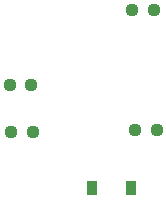
<source format=gbr>
%TF.GenerationSoftware,KiCad,Pcbnew,(6.0.8)*%
%TF.CreationDate,2022-10-29T21:58:50-05:00*%
%TF.ProjectId,SE,53452e6b-6963-4616-945f-706362585858,rev?*%
%TF.SameCoordinates,Original*%
%TF.FileFunction,Paste,Top*%
%TF.FilePolarity,Positive*%
%FSLAX46Y46*%
G04 Gerber Fmt 4.6, Leading zero omitted, Abs format (unit mm)*
G04 Created by KiCad (PCBNEW (6.0.8)) date 2022-10-29 21:58:50*
%MOMM*%
%LPD*%
G01*
G04 APERTURE LIST*
G04 Aperture macros list*
%AMRoundRect*
0 Rectangle with rounded corners*
0 $1 Rounding radius*
0 $2 $3 $4 $5 $6 $7 $8 $9 X,Y pos of 4 corners*
0 Add a 4 corners polygon primitive as box body*
4,1,4,$2,$3,$4,$5,$6,$7,$8,$9,$2,$3,0*
0 Add four circle primitives for the rounded corners*
1,1,$1+$1,$2,$3*
1,1,$1+$1,$4,$5*
1,1,$1+$1,$6,$7*
1,1,$1+$1,$8,$9*
0 Add four rect primitives between the rounded corners*
20,1,$1+$1,$2,$3,$4,$5,0*
20,1,$1+$1,$4,$5,$6,$7,0*
20,1,$1+$1,$6,$7,$8,$9,0*
20,1,$1+$1,$8,$9,$2,$3,0*%
G04 Aperture macros list end*
%ADD10R,0.900000X1.200000*%
%ADD11RoundRect,0.237500X0.250000X0.237500X-0.250000X0.237500X-0.250000X-0.237500X0.250000X-0.237500X0*%
%ADD12RoundRect,0.237500X-0.250000X-0.237500X0.250000X-0.237500X0.250000X0.237500X-0.250000X0.237500X0*%
G04 APERTURE END LIST*
D10*
%TO.C,D5*%
X58710000Y-66340000D03*
X55410000Y-66340000D03*
%TD*%
D11*
%TO.C,R14*%
X50302500Y-57570000D03*
X48477500Y-57570000D03*
%TD*%
D12*
%TO.C,R19*%
X48620000Y-61610000D03*
X50445000Y-61610000D03*
%TD*%
D11*
%TO.C,R18*%
X60912500Y-61450000D03*
X59087500Y-61450000D03*
%TD*%
D12*
%TO.C,R1*%
X58830000Y-51250000D03*
X60655000Y-51250000D03*
%TD*%
M02*

</source>
